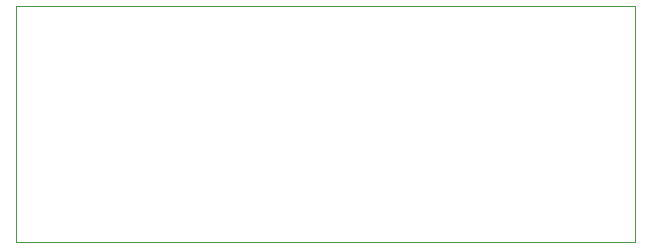
<source format=gbr>
%TF.GenerationSoftware,KiCad,Pcbnew,(6.0.2)*%
%TF.CreationDate,2022-05-27T23:56:07+02:00*%
%TF.ProjectId,EEC_v0,4545435f-7630-42e6-9b69-6361645f7063,rev?*%
%TF.SameCoordinates,Original*%
%TF.FileFunction,Profile,NP*%
%FSLAX46Y46*%
G04 Gerber Fmt 4.6, Leading zero omitted, Abs format (unit mm)*
G04 Created by KiCad (PCBNEW (6.0.2)) date 2022-05-27 23:56:07*
%MOMM*%
%LPD*%
G01*
G04 APERTURE LIST*
%TA.AperFunction,Profile*%
%ADD10C,0.100000*%
%TD*%
G04 APERTURE END LIST*
D10*
X79800000Y-102000000D02*
X132200000Y-102000000D01*
X132200000Y-102000000D02*
X132200000Y-122000000D01*
X132200000Y-122000000D02*
X79800000Y-122000000D01*
X79800000Y-122000000D02*
X79800000Y-102000000D01*
M02*

</source>
